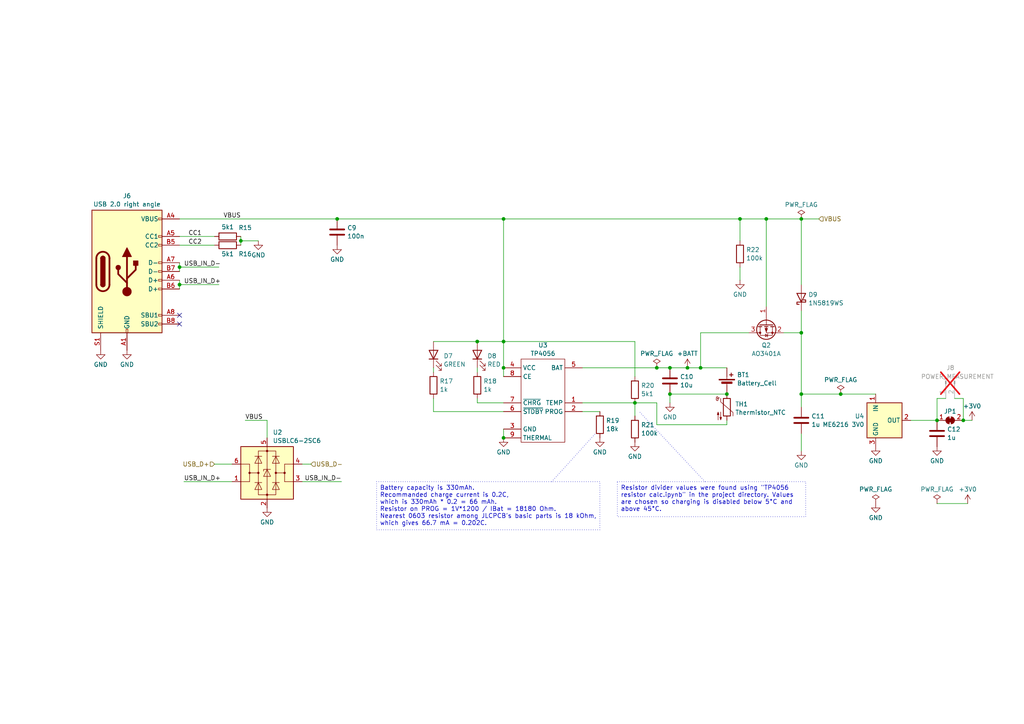
<source format=kicad_sch>
(kicad_sch (version 20230121) (generator eeschema)
  (paper "A4")
  (lib_symbols
    (symbol "Connector:Conn_01x02_Pin" (pin_names (offset 1.016) hide)
      (property "Reference" "J" (at 0 2.54 0))
      (property "Value" "Conn_01x02_Pin" (at 0 -5.08 0))
      (symbol "Conn_01x02_Pin_1_1"
        (polyline (pts (xy 1.27 -2.54) (xy 0.8636 -2.54)) (stroke (width 0.1524)))
        (polyline (pts (xy 1.27 0) (xy 0.8636 0)) (stroke (width 0.1524)))
        (rectangle (start 0.8636 -2.413) (end 0 -2.667) (stroke (width 0.1524)) (fill (type outline)))
        (rectangle (start 0.8636 0.127) (end 0 -0.127) (stroke (width 0.1524)) (fill (type outline)))
        (pin passive line (at 5.08 0 180) (length 3.81) (name "Pin_1") (number "1"))
        (pin passive line (at 5.08 -2.54 180) (length 3.81) (name "Pin_2") (number "2"))
      )
    )
    (symbol "Connector:USB_C_Receptacle_USB2.0" (pin_names (offset 1.016))
      (property "Reference" "J" (at -10.16 19.05 0))
      (property "Value" "USB_C_Receptacle_USB2.0" (at 19.05 19.05 0))
      (symbol "USB_C_Receptacle_USB2.0_0_0"
        (rectangle (start -0.254 -17.78) (end 0.254 -16.764))
        (rectangle (start 10.16 -14.986) (end 9.144 -15.494))
        (rectangle (start 10.16 -12.446) (end 9.144 -12.954))
        (rectangle (start 10.16 -4.826) (end 9.144 -5.334))
        (rectangle (start 10.16 -2.286) (end 9.144 -2.794))
        (rectangle (start 10.16 0.254) (end 9.144 -0.254))
        (rectangle (start 10.16 2.794) (end 9.144 2.286))
        (rectangle (start 10.16 7.874) (end 9.144 7.366))
        (rectangle (start 10.16 10.414) (end 9.144 9.906))
        (rectangle (start 10.16 15.494) (end 9.144 14.986))
      )
      (symbol "USB_C_Receptacle_USB2.0_0_1"
        (rectangle (start -10.16 17.78) (end 10.16 -17.78) (stroke (width 0.254)) (fill (type background)))
        (arc (start -8.89 -3.81) (mid -6.985 -5.7067) (end -5.08 -3.81) (stroke (width 0.508)))
        (arc (start -7.62 -3.81) (mid -6.985 -4.4423) (end -6.35 -3.81) (stroke (width 0.254)))
        (arc (start -7.62 -3.81) (mid -6.985 -4.4423) (end -6.35 -3.81) (stroke (width 0.254)) (fill (type outline)))
        (rectangle (start -7.62 -3.81) (end -6.35 3.81) (stroke (width 0.254)) (fill (type outline)))
        (arc (start -6.35 3.81) (mid -6.985 4.4423) (end -7.62 3.81) (stroke (width 0.254)))
        (arc (start -6.35 3.81) (mid -6.985 4.4423) (end -7.62 3.81) (stroke (width 0.254)) (fill (type outline)))
        (arc (start -5.08 3.81) (mid -6.985 5.7067) (end -8.89 3.81) (stroke (width 0.508)))
        (circle (center -2.54 1.143) (radius 0.635) (stroke (width 0.254)) (fill (type outline)))
        (circle (center 0 -5.842) (radius 1.27) (fill (type outline)))
        (polyline (pts (xy -8.89 -3.81) (xy -8.89 3.81)) (stroke (width 0.508)))
        (polyline (pts (xy -5.08 3.81) (xy -5.08 -3.81)) (stroke (width 0.508)))
        (polyline (pts (xy 0 -5.842) (xy 0 4.318)) (stroke (width 0.508)))
        (polyline (pts (xy 0 -3.302) (xy -2.54 -0.762) (xy -2.54 0.508)) (stroke (width 0.508)))
        (polyline (pts (xy 0 -2.032) (xy 2.54 0.508) (xy 2.54 1.778)) (stroke (width 0.508)))
        (polyline (pts (xy -1.27 4.318) (xy 0 6.858) (xy 1.27 4.318) (xy -1.27 4.318)) (stroke (width 0.254)) (fill (type outline)))
        (rectangle (start 1.905 1.778) (end 3.175 3.048) (stroke (width 0.254)) (fill (type outline)))
      )
      (symbol "USB_C_Receptacle_USB2.0_1_1"
        (pin passive line (at 0 -22.86 90) (length 5.08) (name "GND") (number "A1"))
        (pin passive line (at 0 -22.86 90) (length 5.08) hide (name "GND") (number "A12"))
        (pin passive line (at 15.24 15.24 180) (length 5.08) (name "VBUS") (number "A4"))
        (pin bidirectional line (at 15.24 10.16 180) (length 5.08) (name "CC1") (number "A5"))
        (pin bidirectional line (at 15.24 -2.54 180) (length 5.08) (name "D+") (number "A6"))
        (pin bidirectional line (at 15.24 2.54 180) (length 5.08) (name "D-") (number "A7"))
        (pin bidirectional line (at 15.24 -12.7 180) (length 5.08) (name "SBU1") (number "A8"))
        (pin passive line (at 15.24 15.24 180) (length 5.08) hide (name "VBUS") (number "A9"))
        (pin passive line (at 0 -22.86 90) (length 5.08) hide (name "GND") (number "B1"))
        (pin passive line (at 0 -22.86 90) (length 5.08) hide (name "GND") (number "B12"))
        (pin passive line (at 15.24 15.24 180) (length 5.08) hide (name "VBUS") (number "B4"))
        (pin bidirectional line (at 15.24 7.62 180) (length 5.08) (name "CC2") (number "B5"))
        (pin bidirectional line (at 15.24 -5.08 180) (length 5.08) (name "D+") (number "B6"))
        (pin bidirectional line (at 15.24 0 180) (length 5.08) (name "D-") (number "B7"))
        (pin bidirectional line (at 15.24 -15.24 180) (length 5.08) (name "SBU2") (number "B8"))
        (pin passive line (at 15.24 15.24 180) (length 5.08) hide (name "VBUS") (number "B9"))
        (pin passive line (at -7.62 -22.86 90) (length 5.08) (name "SHIELD") (number "S1"))
      )
    )
    (symbol "Device:Battery_Cell" (pin_numbers hide) (pin_names (offset 0) hide)
      (property "Reference" "BT" (at 2.54 2.54 0))
      (property "Value" "Battery_Cell" (at 2.54 0 0))
      (symbol "Battery_Cell_0_1"
        (rectangle (start -2.286 1.778) (end 2.286 1.524) (fill (type outline)))
        (rectangle (start -1.524 1.016) (end 1.524 0.508) (fill (type outline)))
        (polyline (pts (xy 0 0.762) (xy 0 0)))
        (polyline (pts (xy 0 1.778) (xy 0 2.54)))
        (polyline (pts (xy 0.762 3.048) (xy 1.778 3.048)) (stroke (width 0.254)))
        (polyline (pts (xy 1.27 3.556) (xy 1.27 2.54)) (stroke (width 0.254)))
      )
      (symbol "Battery_Cell_1_1"
        (pin passive line (at 0 5.08 270) (length 2.54) (name "+") (number "1"))
        (pin passive line (at 0 -2.54 90) (length 2.54) (name "-") (number "2"))
      )
    )
    (symbol "Device:C" (pin_numbers hide) (pin_names (offset 0.254))
      (property "Reference" "C" (at 0.635 2.54 0))
      (property "Value" "C" (at 0.635 -2.54 0))
      (symbol "C_0_1"
        (polyline (pts (xy -2.032 -0.762) (xy 2.032 -0.762)) (stroke (width 0.508)))
        (polyline (pts (xy -2.032 0.762) (xy 2.032 0.762)) (stroke (width 0.508)))
      )
      (symbol "C_1_1"
        (pin passive line (at 0 3.81 270) (length 2.794) (name "~") (number "1"))
        (pin passive line (at 0 -3.81 90) (length 2.794) (name "~") (number "2"))
      )
    )
    (symbol "Device:LED" (pin_numbers hide) (pin_names (offset 1.016) hide)
      (property "Reference" "D" (at 0 2.54 0))
      (property "Value" "LED" (at 0 -2.54 0))
      (symbol "LED_0_1"
        (polyline (pts (xy -1.27 -1.27) (xy -1.27 1.27)) (stroke (width 0.254)))
        (polyline (pts (xy -1.27 0) (xy 1.27 0)))
        (polyline (pts (xy 1.27 -1.27) (xy 1.27 1.27) (xy -1.27 0) (xy 1.27 -1.27)) (stroke (width 0.254)))
        (polyline (pts (xy -3.048 -0.762) (xy -4.572 -2.286) (xy -3.81 -2.286) (xy -4.572 -2.286) (xy -4.572 -1.524)))
        (polyline (pts (xy -1.778 -0.762) (xy -3.302 -2.286) (xy -2.54 -2.286) (xy -3.302 -2.286) (xy -3.302 -1.524)))
      )
      (symbol "LED_1_1"
        (pin passive line (at -3.81 0 0) (length 2.54) (name "K") (number "1"))
        (pin passive line (at 3.81 0 180) (length 2.54) (name "A") (number "2"))
      )
    )
    (symbol "Device:R" (pin_numbers hide) (pin_names (offset 0))
      (property "Reference" "R" (at 2.032 0 90))
      (property "Value" "R" (at 0 0 90))
      (symbol "R_0_1"
        (rectangle (start -1.016 -2.54) (end 1.016 2.54) (stroke (width 0.254)))
      )
      (symbol "R_1_1"
        (pin passive line (at 0 3.81 270) (length 1.27) (name "~") (number "1"))
        (pin passive line (at 0 -3.81 90) (length 1.27) (name "~") (number "2"))
      )
    )
    (symbol "Device:Thermistor_NTC" (pin_numbers hide) (pin_names (offset 0))
      (property "Reference" "TH" (at -4.445 0 90))
      (property "Value" "Thermistor_NTC" (at 3.175 0 90))
      (symbol "Thermistor_NTC_0_1"
        (arc (start -3.048 2.159) (mid -3.0495 2.3143) (end -3.175 2.413))
        (arc (start -3.048 2.159) (mid -2.9736 1.9794) (end -2.794 1.905))
        (arc (start -3.048 2.794) (mid -2.9736 2.6144) (end -2.794 2.54))
        (arc (start -2.794 1.905) (mid -2.6144 1.9794) (end -2.54 2.159))
        (arc (start -2.794 2.54) (mid -2.4393 2.5587) (end -2.159 2.794))
        (arc (start -2.794 3.048) (mid -2.9736 2.9736) (end -3.048 2.794))
        (arc (start -2.54 2.794) (mid -2.6144 2.9736) (end -2.794 3.048))
        (rectangle (start -1.016 2.54) (end 1.016 -2.54) (stroke (width 0.254)))
        (polyline (pts (xy -2.54 2.159) (xy -2.54 2.794)))
        (polyline (pts (xy -1.778 2.54) (xy -1.778 1.524) (xy 1.778 -1.524) (xy 1.778 -2.54)))
        (polyline (pts (xy -2.54 -3.683) (xy -2.54 -1.397) (xy -2.794 -2.159) (xy -2.286 -2.159) (xy -2.54 -1.397) (xy -2.54 -1.651)) (fill (type outline)))
        (polyline (pts (xy -1.778 -1.397) (xy -1.778 -3.683) (xy -2.032 -2.921) (xy -1.524 -2.921) (xy -1.778 -3.683) (xy -1.778 -3.429)) (fill (type outline)))
      )
      (symbol "Thermistor_NTC_1_1"
        (pin passive line (at 0 3.81 270) (length 1.27) (name "~") (number "1"))
        (pin passive line (at 0 -3.81 90) (length 1.27) (name "~") (number "2"))
      )
    )
    (symbol "Diode:1N5819WS" (pin_numbers hide) (pin_names (offset 1.016) hide)
      (property "Reference" "D" (at 0 2.54 0))
      (property "Value" "1N5819WS" (at 0 -2.54 0))
      (symbol "1N5819WS_0_1"
        (polyline (pts (xy 1.27 0) (xy -1.27 0)))
        (polyline (pts (xy 1.27 1.27) (xy 1.27 -1.27) (xy -1.27 0) (xy 1.27 1.27)) (stroke (width 0.254)))
        (polyline (pts (xy -1.905 0.635) (xy -1.905 1.27) (xy -1.27 1.27) (xy -1.27 -1.27) (xy -0.635 -1.27) (xy -0.635 -0.635)) (stroke (width 0.254)))
      )
      (symbol "1N5819WS_1_1"
        (pin passive line (at -3.81 0 0) (length 2.54) (name "K") (number "1"))
        (pin passive line (at 3.81 0 180) (length 2.54) (name "A") (number "2"))
      )
    )
    (symbol "Jumper:SolderJumper_2_Bridged" (pin_names (offset 0) hide)
      (property "Reference" "JP" (at 0 2.032 0))
      (property "Value" "SolderJumper_2_Bridged" (at 0 -2.54 0))
      (symbol "SolderJumper_2_Bridged_0_1"
        (rectangle (start -0.508 0.508) (end 0.508 -0.508) (fill (type outline)))
        (arc (start -0.254 1.016) (mid -1.2656 0) (end -0.254 -1.016))
        (arc (start -0.254 1.016) (mid -1.2656 0) (end -0.254 -1.016) (fill (type outline)))
        (polyline (pts (xy -0.254 1.016) (xy -0.254 -1.016)))
        (polyline (pts (xy 0.254 1.016) (xy 0.254 -1.016)))
        (arc (start 0.254 -1.016) (mid 1.2656 0) (end 0.254 1.016))
        (arc (start 0.254 -1.016) (mid 1.2656 0) (end 0.254 1.016) (fill (type outline)))
      )
      (symbol "SolderJumper_2_Bridged_1_1"
        (pin passive line (at -3.81 0 0) (length 2.54) (name "A") (number "1"))
        (pin passive line (at 3.81 0 180) (length 2.54) (name "B") (number "2"))
      )
    )
    (symbol "Power_Protection:USBLC6-2SC6" (pin_names hide)
      (property "Reference" "U" (at 2.54 8.89 0))
      (property "Value" "USBLC6-2SC6" (at 2.54 -8.89 0))
      (symbol "USBLC6-2SC6_0_1"
        (rectangle (start -7.62 -7.62) (end 7.62 7.62) (stroke (width 0.254)) (fill (type background)))
        (circle (center -5.08 0) (radius 0.254) (fill (type outline)))
        (circle (center -2.54 0) (radius 0.254) (fill (type outline)))
        (rectangle (start -2.54 6.35) (end 2.54 -6.35))
        (circle (center 0 -6.35) (radius 0.254) (fill (type outline)))
        (polyline (pts (xy -5.08 -2.54) (xy -7.62 -2.54)))
        (polyline (pts (xy -5.08 0) (xy -5.08 -2.54)))
        (polyline (pts (xy -5.08 2.54) (xy -7.62 2.54)))
        (polyline (pts (xy -1.524 -2.794) (xy -3.556 -2.794)))
        (polyline (pts (xy -1.524 4.826) (xy -3.556 4.826)))
        (polyline (pts (xy 0 -7.62) (xy 0 -6.35)))
        (polyline (pts (xy 0 -6.35) (xy 0 1.27)))
        (polyline (pts (xy 0 1.27) (xy 0 6.35)))
        (polyline (pts (xy 0 6.35) (xy 0 7.62)))
        (polyline (pts (xy 1.524 -2.794) (xy 3.556 -2.794)))
        (polyline (pts (xy 1.524 4.826) (xy 3.556 4.826)))
        (polyline (pts (xy 5.08 -2.54) (xy 7.62 -2.54)))
        (polyline (pts (xy 5.08 0) (xy 5.08 -2.54)))
        (polyline (pts (xy 5.08 2.54) (xy 7.62 2.54)))
        (polyline (pts (xy -2.54 0) (xy -5.08 0) (xy -5.08 2.54)))
        (polyline (pts (xy 2.54 0) (xy 5.08 0) (xy 5.08 2.54)))
        (polyline (pts (xy -3.556 -4.826) (xy -1.524 -4.826) (xy -2.54 -2.794) (xy -3.556 -4.826)))
        (polyline (pts (xy -3.556 2.794) (xy -1.524 2.794) (xy -2.54 4.826) (xy -3.556 2.794)))
        (polyline (pts (xy -1.016 -1.016) (xy 1.016 -1.016) (xy 0 1.016) (xy -1.016 -1.016)))
        (polyline (pts (xy 1.016 1.016) (xy 0.762 1.016) (xy -1.016 1.016) (xy -1.016 0.508)))
        (polyline (pts (xy 3.556 -4.826) (xy 1.524 -4.826) (xy 2.54 -2.794) (xy 3.556 -4.826)))
        (polyline (pts (xy 3.556 2.794) (xy 1.524 2.794) (xy 2.54 4.826) (xy 3.556 2.794)))
        (circle (center 0 6.35) (radius 0.254) (fill (type outline)))
        (circle (center 2.54 0) (radius 0.254) (fill (type outline)))
        (circle (center 5.08 0) (radius 0.254) (fill (type outline)))
      )
      (symbol "USBLC6-2SC6_1_1"
        (pin passive line (at -10.16 -2.54 0) (length 2.54) (name "I/O1") (number "1"))
        (pin passive line (at 0 -10.16 90) (length 2.54) (name "GND") (number "2"))
        (pin passive line (at 10.16 -2.54 180) (length 2.54) (name "I/O2") (number "3"))
        (pin passive line (at 10.16 2.54 180) (length 2.54) (name "I/O2") (number "4"))
        (pin passive line (at 0 10.16 270) (length 2.54) (name "VBUS") (number "5"))
        (pin passive line (at -10.16 2.54 0) (length 2.54) (name "I/O1") (number "6"))
      )
    )
    (symbol "Transistor_FET:AO3401A" (pin_names hide)
      (property "Reference" "Q" (at 5.08 1.905 0))
      (property "Value" "AO3401A" (at 5.08 0 0))
      (symbol "AO3401A_0_1"
        (polyline (pts (xy 0.254 0) (xy -2.54 0)))
        (polyline (pts (xy 0.254 1.905) (xy 0.254 -1.905)) (stroke (width 0.254)))
        (polyline (pts (xy 0.762 -1.27) (xy 0.762 -2.286)) (stroke (width 0.254)))
        (polyline (pts (xy 0.762 0.508) (xy 0.762 -0.508)) (stroke (width 0.254)))
        (polyline (pts (xy 0.762 2.286) (xy 0.762 1.27)) (stroke (width 0.254)))
        (polyline (pts (xy 2.54 2.54) (xy 2.54 1.778)))
        (polyline (pts (xy 2.54 -2.54) (xy 2.54 0) (xy 0.762 0)))
        (polyline (pts (xy 0.762 1.778) (xy 3.302 1.778) (xy 3.302 -1.778) (xy 0.762 -1.778)))
        (polyline (pts (xy 2.286 0) (xy 1.27 0.381) (xy 1.27 -0.381) (xy 2.286 0)) (fill (type outline)))
        (polyline (pts (xy 2.794 -0.508) (xy 2.921 -0.381) (xy 3.683 -0.381) (xy 3.81 -0.254)))
        (polyline (pts (xy 3.302 -0.381) (xy 2.921 0.254) (xy 3.683 0.254) (xy 3.302 -0.381)))
        (circle (center 1.651 0) (radius 2.794) (stroke (width 0.254)))
        (circle (center 2.54 -1.778) (radius 0.254) (fill (type outline)))
        (circle (center 2.54 1.778) (radius 0.254) (fill (type outline)))
      )
      (symbol "AO3401A_1_1"
        (pin input line (at -5.08 0 0) (length 2.54) (name "G") (number "1"))
        (pin passive line (at 2.54 -5.08 90) (length 2.54) (name "S") (number "2"))
        (pin passive line (at 2.54 5.08 270) (length 2.54) (name "D") (number "3"))
      )
    )
    (symbol "local:ME6216"
      (property "Reference" "U" (at 0 6.35 0))
      (property "Value" "ME6216" (at 2.54 -6.35 0))
      (symbol "ME6216_0_1"
        (rectangle (start -5.08 5.08) (end 5.08 -5.08) (stroke (width 0.254)) (fill (type background)))
      )
      (symbol "ME6216_1_1"
        (pin power_in line (at -2.54 7.62 270) (length 2.54) (name "IN") (number "1"))
        (pin power_out line (at 7.62 0 180) (length 2.54) (name "OUT") (number "2"))
        (pin power_in line (at -2.54 -7.62 90) (length 2.54) (name "GND") (number "3"))
      )
    )
    (symbol "local:TP4056"
      (property "Reference" "U" (at 0 -1.27 0))
      (property "Value" "TP4056" (at 0 1.27 0))
      (symbol "TP4056_0_1"
        (rectangle (start -6.35 26.67) (end 6.35 2.54))
      )
      (symbol "TP4056_1_1"
        (pin input line (at 11.43 13.97 180) (length 5.08) (name "TEMP") (number "1"))
        (pin input line (at 11.43 11.43 180) (length 5.08) (name "PROG") (number "2"))
        (pin input line (at -11.43 6.35 0) (length 5.08) (name "GND") (number "3"))
        (pin power_in line (at -11.43 24.13 0) (length 5.08) (name "VCC") (number "4"))
        (pin passive line (at 11.43 24.13 180) (length 5.08) (name "BAT") (number "5"))
        (pin open_collector line (at -11.43 11.43 0) (length 5.08) (name "~{STDBY}") (number "6"))
        (pin open_collector line (at -11.43 13.97 0) (length 5.08) (name "~{CHRG}") (number "7"))
        (pin input line (at -11.43 21.59 0) (length 5.08) (name "CE") (number "8"))
        (pin input line (at -11.43 3.81 0) (length 5.08) (name "THERMAL") (number "9"))
      )
    )
    (symbol "power:+3V0" (power) (pin_names (offset 0))
      (property "Value" "+3V0" (at 0 3.556 0))
      (symbol "+3V0_0_1"
        (polyline (pts (xy -0.762 1.27) (xy 0 2.54)))
        (polyline (pts (xy 0 0) (xy 0 2.54)))
        (polyline (pts (xy 0 2.54) (xy 0.762 1.27)))
      )
      (symbol "+3V0_1_1"
        (pin power_in line (at 0 0 90) (length 0) hide (name "+3V0") (number "1"))
      )
    )
    (symbol "power:+BATT" (power) (pin_names (offset 0))
      (property "Value" "+BATT" (at 0 3.556 0))
      (symbol "+BATT_0_1"
        (polyline (pts (xy -0.762 1.27) (xy 0 2.54)))
        (polyline (pts (xy 0 0) (xy 0 2.54)))
        (polyline (pts (xy 0 2.54) (xy 0.762 1.27)))
      )
      (symbol "+BATT_1_1"
        (pin power_in line (at 0 0 90) (length 0) hide (name "+BATT") (number "1"))
      )
    )
    (symbol "power:GND" (power) (pin_names (offset 0))
      (property "Value" "GND" (at 0 -3.81 0))
      (symbol "GND_0_1"
        (polyline (pts (xy 0 0) (xy 0 -1.27) (xy 1.27 -1.27) (xy 0 -2.54) (xy -1.27 -1.27) (xy 0 -1.27)))
      )
      (symbol "GND_1_1"
        (pin power_in line (at 0 0 270) (length 0) hide (name "GND") (number "1"))
      )
    )
    (symbol "power:PWR_FLAG" (power) (pin_numbers hide) (pin_names (offset 0) hide)
      (property "Value" "PWR_FLAG" (at 0 3.81 0))
      (symbol "PWR_FLAG_0_0"
        (pin power_out line (at 0 0 90) (length 0) (name "pwr") (number "1"))
      )
      (symbol "PWR_FLAG_0_1"
        (polyline (pts (xy 0 0) (xy 0 1.27) (xy -1.016 1.905) (xy 0 2.54) (xy 1.016 1.905) (xy 0 1.27)))
      )
    )
  )
  (junction (at 222.25 63.5))
  (junction (at 194.31 106.68))
  (junction (at 184.15 116.84))
  (junction (at 138.43 99.06))
  (junction (at 214.63 63.5))
  (junction (at 69.85 69.85))
  (junction (at 190.5 106.68))
  (junction (at 279.4 121.92))
  (junction (at 146.05 63.5))
  (junction (at 146.05 106.68))
  (junction (at 232.41 114.3))
  (junction (at 210.82 114.3))
  (junction (at 194.31 114.3))
  (junction (at 146.05 127))
  (junction (at 52.07 82.55))
  (junction (at 97.79 63.5))
  (junction (at 146.05 99.06))
  (junction (at 232.41 63.5))
  (junction (at 232.41 96.52))
  (junction (at 203.2 106.68))
  (junction (at 243.84 114.3))
  (junction (at 52.07 77.47))
  (junction (at 199.39 106.68))
  (junction (at 271.78 121.92))
  (no_connect (at 52.07 91.44))
  (no_connect (at 52.07 93.98))
  (wire (pts (xy 52.07 77.47) (xy 63.5 77.47)))
  (wire (pts (xy 168.91 116.84) (xy 184.15 116.84)))
  (wire (pts (xy 138.43 115.57) (xy 138.43 116.84)))
  (wire (pts (xy 232.41 96.52) (xy 232.41 114.3)))
  (wire (pts (xy 214.63 69.85) (xy 214.63 63.5)))
  (wire (pts (xy 52.07 77.47) (xy 52.07 78.74)))
  (wire (pts (xy 62.23 134.62) (xy 67.31 134.62)))
  (wire (pts (xy 214.63 63.5) (xy 222.25 63.5)))
  (wire (pts (xy 146.05 99.06) (xy 146.05 106.68)))
  (polyline (pts (xy 204.47 139.7) (xy 185.42 119.38)) (stroke (width 0) (type dot)))
  (wire (pts (xy 146.05 124.46) (xy 146.05 127)))
  (wire (pts (xy 190.5 116.84) (xy 184.15 116.84)))
  (wire (pts (xy 168.91 106.68) (xy 190.5 106.68)))
  (wire (pts (xy 281.94 121.92) (xy 279.4 121.92)))
  (wire (pts (xy 243.84 114.3) (xy 254 114.3)))
  (wire (pts (xy 52.07 63.5) (xy 97.79 63.5)))
  (wire (pts (xy 138.43 99.06) (xy 146.05 99.06)))
  (wire (pts (xy 184.15 116.84) (xy 184.15 120.65)))
  (wire (pts (xy 69.85 69.85) (xy 69.85 71.12)))
  (wire (pts (xy 279.4 115.57) (xy 279.4 121.92)))
  (wire (pts (xy 168.91 119.38) (xy 173.99 119.38)))
  (wire (pts (xy 52.07 76.2) (xy 52.07 77.47)))
  (wire (pts (xy 146.05 63.5) (xy 214.63 63.5)))
  (wire (pts (xy 52.07 82.55) (xy 52.07 83.82)))
  (wire (pts (xy 190.5 123.19) (xy 190.5 116.84)))
  (wire (pts (xy 190.5 123.19) (xy 210.82 123.19)))
  (wire (pts (xy 232.41 82.55) (xy 232.41 63.5)))
  (wire (pts (xy 69.85 68.58) (xy 69.85 69.85)))
  (wire (pts (xy 232.41 114.3) (xy 243.84 114.3)))
  (wire (pts (xy 232.41 114.3) (xy 232.41 118.11)))
  (wire (pts (xy 62.23 68.58) (xy 52.07 68.58)))
  (wire (pts (xy 71.12 121.92) (xy 77.47 121.92)))
  (wire (pts (xy 194.31 114.3) (xy 210.82 114.3)))
  (wire (pts (xy 194.31 106.68) (xy 199.39 106.68)))
  (wire (pts (xy 222.25 63.5) (xy 222.25 88.9)))
  (wire (pts (xy 62.23 71.12) (xy 52.07 71.12)))
  (wire (pts (xy 52.07 82.55) (xy 63.5 82.55)))
  (polyline (pts (xy 160.02 139.7) (xy 172.72 125.73)) (stroke (width 0) (type dot)))
  (wire (pts (xy 232.41 125.73) (xy 232.41 130.81)))
  (wire (pts (xy 125.73 119.38) (xy 146.05 119.38)))
  (wire (pts (xy 138.43 107.95) (xy 138.43 106.68)))
  (wire (pts (xy 232.41 63.5) (xy 237.49 63.5)))
  (wire (pts (xy 271.78 115.57) (xy 271.78 121.92)))
  (wire (pts (xy 214.63 77.47) (xy 214.63 81.28)))
  (wire (pts (xy 53.34 139.7) (xy 67.31 139.7)))
  (wire (pts (xy 217.17 96.52) (xy 203.2 96.52)))
  (wire (pts (xy 232.41 90.17) (xy 232.41 96.52)))
  (wire (pts (xy 203.2 96.52) (xy 203.2 106.68)))
  (wire (pts (xy 87.63 139.7) (xy 99.06 139.7)))
  (wire (pts (xy 97.79 63.5) (xy 146.05 63.5)))
  (wire (pts (xy 146.05 63.5) (xy 146.05 99.06)))
  (wire (pts (xy 210.82 123.19) (xy 210.82 121.92)))
  (wire (pts (xy 276.86 115.57) (xy 279.4 115.57)))
  (wire (pts (xy 274.32 115.57) (xy 271.78 115.57)))
  (wire (pts (xy 190.5 106.68) (xy 194.31 106.68)))
  (wire (pts (xy 125.73 99.06) (xy 138.43 99.06)))
  (wire (pts (xy 184.15 109.22) (xy 184.15 99.06)))
  (wire (pts (xy 138.43 116.84) (xy 146.05 116.84)))
  (wire (pts (xy 227.33 96.52) (xy 232.41 96.52)))
  (wire (pts (xy 125.73 115.57) (xy 125.73 119.38)))
  (wire (pts (xy 271.78 146.05) (xy 280.67 146.05)))
  (wire (pts (xy 146.05 99.06) (xy 184.15 99.06)))
  (wire (pts (xy 52.07 81.28) (xy 52.07 82.55)))
  (wire (pts (xy 264.16 121.92) (xy 271.78 121.92)))
  (wire (pts (xy 69.85 69.85) (xy 74.93 69.85)))
  (wire (pts (xy 87.63 134.62) (xy 90.17 134.62)))
  (wire (pts (xy 203.2 106.68) (xy 210.82 106.68)))
  (wire (pts (xy 199.39 106.68) (xy 203.2 106.68)))
  (wire (pts (xy 146.05 106.68) (xy 146.05 109.22)))
  (wire (pts (xy 77.47 121.92) (xy 77.47 127)))
  (wire (pts (xy 232.41 63.5) (xy 222.25 63.5)))
  (wire (pts (xy 125.73 107.95) (xy 125.73 106.68)))
  (wire (pts (xy 194.31 116.84) (xy 194.31 114.3)))
  (text_box "Battery capacity is 330mAh.\nRecommanded charge current is 0.2C,\nwhich is 330mAh * 0.2 = 66 mAh.\nResistor on PROG = 1V*1200 / IBat = 18180 Ohm.\nNearest 0603 resistor among JLCPCB's basic parts is 18 kOhm,\nwhich gives 66.7 mA = 0.202C." (at 109.22 139.7 0) (size 64.77 13.97) (stroke (width 0) (type dot)) (effects (font (size 1.27 1.27)) (justify left top)))
  (text_box "Resistor divider values were found using \"TP4056 resistor calc.ipynb\" in the project directory. Values are chosen so charging is disabled below 5°C and above 45°C." (at 179.07 139.7 0) (size 54.61 10.16) (stroke (width 0) (type dot)) (effects (font (size 1.27 1.27)) (justify left top)))
  (label "CC1" (at 54.61 68.58 0))
  (label "VBUS" (at 64.77 63.5 0))
  (label "VBUS" (at 71.12 121.92 0))
  (label "USB_IN_D-" (at 53.34 77.47 0))
  (label "USB_IN_D+" (at 53.34 82.55 0))
  (label "USB_IN_D-" (at 99.06 139.7 180))
  (label "CC2" (at 54.61 71.12 0))
  (label "USB_IN_D+" (at 53.34 139.7 0))
  (hierarchical_label "USB_D-" (shape input) (at 90.17 134.62 0))
  (hierarchical_label "USB_D+" (shape input) (at 62.23 134.62 180))
  (hierarchical_label "VBUS" (shape input) (at 237.49 63.5 0))
  (symbol (lib_id "power:PWR_FLAG") (at 243.84 114.3 0) (unit 1)
    (property "Reference" "#FLG03" (effects hide))
    (property "Value" "PWR_FLAG" (at 243.84 110.1669 0))
  )
  (symbol (lib_id "Connector:USB_C_Receptacle_USB2.0") (at 36.83 78.74 0) (unit 1)
    (property "Reference" "J6" (at 36.83 56.8157 0))
    (property "Value" "USB 2.0 right angle" (at 36.83 59.2399 0))
    (property "Footprint" "local:USB-C-SMD_G-SWITCH_GT-USB-7010ASV" (effects hide))
    (property "Datasheet" "https://www.usb.org/sites/default/files/documents/usb_type-c.zip" (effects hide))
    (property "LCSC" "C2988369" (effects hide))
  )
  (symbol (lib_id "local:TP4056") (at 157.48 130.81 0) (unit 1)
    (property "Reference" "U3" (at 157.48 100.1227 0))
    (property "Value" "TP4056" (at 157.48 102.5469 0))
    (property "Footprint" "local:ESOP-8_L4.9-W3.9-P1.27-LS6.0-BL-EP" (effects hide))
    (property "Datasheet" "https://dlnmh9ip6v2uc.cloudfront.net/datasheets/Prototyping/TP4056.pdf" (effects hide))
    (property "LCSC" "C16581" (effects hide))
  )
  (symbol (lib_id "Device:R") (at 173.99 123.19 0) (unit 1)
    (property "Reference" "R19" (at 175.768 121.9779 0) (effects (justify left)))
    (property "Value" "18k" (at 175.768 124.4021 0) (effects (justify left)))
    (property "Footprint" "Resistor_SMD:R_0603_1608Metric" (effects hide))
  )
  (symbol (lib_id "power:GND") (at 74.93 69.85 0) (unit 1)
    (property "Reference" "#PWR038" (effects hide))
    (property "Value" "GND" (at 74.93 73.9831 0))
  )
  (symbol (lib_id "power:GND") (at 29.21 101.6 0) (unit 1)
    (property "Reference" "#PWR034" (effects hide))
    (property "Value" "GND" (at 29.21 105.7331 0))
  )
  (symbol (lib_id "power:+3V0") (at 281.94 121.92 0) (unit 1)
    (property "Reference" "#PWR051" (effects hide))
    (property "Value" "+3V0" (at 281.94 117.7869 0))
  )
  (symbol (lib_id "power:GND") (at 184.15 128.27 0) (unit 1)
    (property "Reference" "#PWR042" (effects hide))
    (property "Value" "GND" (at 184.15 132.4031 0))
  )
  (symbol (lib_id "local:ME6216") (at 256.54 121.92 0) (unit 1)
    (property "Reference" "U4" (at 250.698 120.7079 0) (effects (justify right)))
    (property "Value" "ME6216 3V0" (at 250.698 123.1321 0) (effects (justify right)))
    (property "Footprint" "Package_TO_SOT_SMD:SOT-23" (effects hide))
    (property "Datasheet" "https://datasheet.lcsc.com/szlcsc/2011191435_MICRONE-Nanjing-Micro-One-Elec-ME6216A36M3G_C236654.pdf" (effects hide))
    (property "LCSC" "C236656" (effects hide))
  )
  (symbol (lib_id "Transistor_FET:AO3401A") (at 222.25 93.98 90) (mirror x) (unit 1)
    (property "Reference" "Q2" (at 222.25 100.1451 90))
    (property "Value" "AO3401A" (at 222.25 102.5693 90))
    (property "Footprint" "Package_TO_SOT_SMD:SOT-23" (effects hide))
    (property "Datasheet" "http://www.aosmd.com/pdfs/datasheet/AO3401A.pdf" (effects hide))
    (property "LCSC" "AO3401A" (effects hide))
  )
  (symbol (lib_id "Device:R") (at 66.04 71.12 90) (unit 1)
    (property "Reference" "R16" (at 71.12 73.66 90))
    (property "Value" "5k1" (at 66.04 73.66 90))
    (property "Footprint" "Resistor_SMD:R_0402_1005Metric" (effects hide))
    (property "LCSC" "C25905" (effects hide))
  )
  (symbol (lib_id "Diode:1N5819WS") (at 232.41 86.36 90) (unit 1)
    (property "Reference" "D9" (at 234.442 85.4654 90) (effects (justify right)))
    (property "Value" "1N5819WS" (at 234.442 87.8896 90) (effects (justify right)))
    (property "Footprint" "Diode_SMD:D_SOD-323" (effects hide))
    (property "Datasheet" "https://datasheet.lcsc.com/lcsc/2204281430_Guangdong-Hottech-1N5819WS_C191023.pdf" (effects hide))
    (property "LCSC" "C191023" (effects hide))
  )
  (symbol (lib_id "Device:LED") (at 125.73 102.87 90) (unit 1)
    (property "Reference" "D7" (at 128.651 103.2454 90) (effects (justify right)))
    (property "Value" "GREEN" (at 128.651 105.6696 90) (effects (justify right)))
    (property "Footprint" "LED_SMD:LED_0603_1608Metric" (effects hide))
    (property "LCSC" "C72043" (effects hide))
  )
  (symbol (lib_id "power:GND") (at 173.99 127 0) (unit 1)
    (property "Reference" "#PWR041" (effects hide))
    (property "Value" "GND" (at 173.99 131.1331 0))
  )
  (symbol (lib_id "Device:R") (at 214.63 73.66 0) (unit 1)
    (property "Reference" "R22" (at 216.408 72.4479 0) (effects (justify left)))
    (property "Value" "100k" (at 216.408 74.8721 0) (effects (justify left)))
    (property "Footprint" "Resistor_SMD:R_0402_1005Metric" (effects hide))
  )
  (symbol (lib_id "power:GND") (at 254 129.54 0) (unit 1)
    (property "Reference" "#PWR047" (effects hide))
    (property "Value" "GND" (at 254 133.6731 0))
  )
  (symbol (lib_id "power:GND") (at 194.31 116.84 0) (unit 1)
    (property "Reference" "#PWR043" (effects hide))
    (property "Value" "GND" (at 194.31 120.9731 0))
  )
  (symbol (lib_id "Device:C") (at 232.41 121.92 0) (unit 1)
    (property "Reference" "C11" (at 235.331 120.7079 0) (effects (justify left)))
    (property "Value" "1u" (at 235.331 123.1321 0) (effects (justify left)))
    (property "Footprint" "Capacitor_SMD:C_0402_1005Metric" (effects hide))
    (property "LCSC" "C15849" (effects hide))
  )
  (symbol (lib_id "power:GND") (at 214.63 81.28 0) (unit 1)
    (property "Reference" "#PWR045" (effects hide))
    (property "Value" "GND" (at 214.63 85.4131 0))
  )
  (symbol (lib_id "Device:LED") (at 138.43 102.87 90) (unit 1)
    (property "Reference" "D8" (at 141.351 103.2454 90) (effects (justify right)))
    (property "Value" "RED" (at 141.351 105.6696 90) (effects (justify right)))
    (property "Footprint" "LED_SMD:LED_0603_1608Metric" (effects hide))
    (property "LCSC" "C2286" (effects hide))
  )
  (symbol (lib_id "power:PWR_FLAG") (at 271.78 146.05 0) (unit 1)
    (property "Reference" "#FLG05" (effects hide))
    (property "Value" "PWR_FLAG" (at 271.78 141.9169 0))
  )
  (symbol (lib_id "Power_Protection:USBLC6-2SC6") (at 77.47 137.16 0) (unit 1)
    (property "Reference" "U2" (at 79.1211 125.3957 0) (effects (justify left)))
    (property "Value" "USBLC6-2SC6" (at 79.1211 127.8199 0) (effects (justify left)))
    (property "Footprint" "Package_TO_SOT_SMD:SOT-23-6" (effects hide))
    (property "Datasheet" "https://www.st.com/resource/en/datasheet/usblc6-2.pdf" (effects hide))
    (property "LCSC" "C2687116" (effects hide))
  )
  (symbol (lib_id "power:PWR_FLAG") (at 190.5 106.68 0) (unit 1)
    (property "Reference" "#FLG01" (effects hide))
    (property "Value" "PWR_FLAG" (at 190.5 102.5469 0))
  )
  (symbol (lib_id "Device:R") (at 138.43 111.76 0) (unit 1)
    (property "Reference" "R18" (at 140.208 110.5479 0) (effects (justify left)))
    (property "Value" "1k" (at 140.208 112.9721 0) (effects (justify left)))
    (property "Footprint" "Resistor_SMD:R_0402_1005Metric" (effects hide))
  )
  (symbol (lib_id "Device:C") (at 194.31 110.49 0) (unit 1)
    (property "Reference" "C10" (at 197.231 109.2779 0) (effects (justify left)))
    (property "Value" "10u" (at 197.231 111.7021 0) (effects (justify left)))
    (property "Footprint" "Capacitor_SMD:C_0603_1608Metric" (effects hide))
    (property "LCSC" "C19702" (effects hide))
  )
  (symbol (lib_id "Jumper:SolderJumper_2_Bridged") (at 275.59 121.92 0) (unit 1) (in_bom no)
    (property "Reference" "JP1" (at 275.59 119.3109 0))
    (property "Value" "SolderJumper_2_Bridged" (effects hide))
    (property "Footprint" "Jumper:SolderJumper-2_P1.3mm_Bridged2Bar_Pad1.0x1.5mm" (effects hide))
  )
  (symbol (lib_id "Device:R") (at 66.04 68.58 90) (unit 1)
    (property "Reference" "R15" (at 71.12 66.04 90))
    (property "Value" "5k1" (at 66.04 65.8439 90))
    (property "Footprint" "Resistor_SMD:R_0402_1005Metric" (effects hide))
    (property "LCSC" "C25905" (effects hide))
  )
  (symbol (lib_id "Device:C") (at 271.78 125.73 0) (unit 1)
    (property "Reference" "C12" (at 274.701 124.5179 0) (effects (justify left)))
    (property "Value" "1u" (at 274.701 126.9421 0) (effects (justify left)))
    (property "Footprint" "Capacitor_SMD:C_0402_1005Metric" (effects hide))
    (property "LCSC" "C15849" (effects hide))
  )
  (symbol (lib_id "power:GND") (at 232.41 130.81 0) (unit 1)
    (property "Reference" "#PWR046" (effects hide))
    (property "Value" "GND" (at 232.41 134.9431 0))
  )
  (symbol (lib_id "Connector:Conn_01x02_Pin") (at 274.32 110.49 90) (mirror x) (unit 1) (in_bom no) (dnp yes)
    (property "Reference" "J8" (at 276.86 106.68 90) (effects (justify left)))
    (property "Value" "POWER_MEASUREMENT" (at 288.29 109.22 90) (effects (justify left)))
    (property "Footprint" "Connector_PinHeader_2.54mm:PinHeader_1x02_P2.54mm_Horizontal" (effects hide))
  )
  (symbol (lib_id "power:GND") (at 36.83 101.6 0) (unit 1)
    (property "Reference" "#PWR036" (effects hide))
    (property "Value" "GND" (at 36.83 105.7331 0))
  )
  (symbol (lib_id "power:GND") (at 254 146.05 0) (unit 1)
    (property "Reference" "#PWR048" (effects hide))
    (property "Value" "GND" (at 254 150.1831 0))
  )
  (symbol (lib_id "power:GND") (at 271.78 129.54 0) (unit 1)
    (property "Reference" "#PWR049" (effects hide))
    (property "Value" "GND" (at 271.78 133.6731 0))
  )
  (symbol (lib_id "power:+BATT") (at 199.39 106.68 0) (unit 1)
    (property "Reference" "#PWR044" (effects hide))
    (property "Value" "+BATT" (at 199.39 102.5469 0))
  )
  (symbol (lib_id "power:GND") (at 77.47 147.32 0) (unit 1)
    (property "Reference" "#PWR039" (effects hide))
    (property "Value" "GND" (at 77.47 151.4531 0))
  )
  (symbol (lib_id "Device:R") (at 125.73 111.76 0) (unit 1)
    (property "Reference" "R17" (at 127.508 110.5479 0) (effects (justify left)))
    (property "Value" "1k" (at 127.508 112.9721 0) (effects (justify left)))
    (property "Footprint" "Resistor_SMD:R_0402_1005Metric" (effects hide))
  )
  (symbol (lib_id "power:GND") (at 97.79 71.12 0) (unit 1)
    (property "Reference" "#PWR040" (effects hide))
    (property "Value" "GND" (at 97.79 75.2531 0))
  )
  (symbol (lib_id "power:PWR_FLAG") (at 254 146.05 0) (unit 1)
    (property "Reference" "#FLG04" (effects hide))
    (property "Value" "PWR_FLAG" (at 254 141.9169 0))
  )
  (symbol (lib_id "Device:Thermistor_NTC") (at 210.82 118.11 0) (unit 1)
    (property "Reference" "TH1" (at 213.233 117.2154 0) (effects (justify left)))
    (property "Value" "Thermistor_NTC" (at 213.233 119.6396 0) (effects (justify left)))
    (property "Footprint" "Resistor_THT:R_Axial_DIN0204_L3.6mm_D1.6mm_P5.08mm_Horizontal" (effects hide))
    (property "LCSC" "C267088" (effects hide))
  )
  (symbol (lib_id "Device:R") (at 184.15 113.03 0) (unit 1)
    (property "Reference" "R20" (at 185.928 111.8179 0) (effects (justify left)))
    (property "Value" "5k1" (at 185.928 114.2421 0) (effects (justify left)))
    (property "Footprint" "Resistor_SMD:R_0402_1005Metric" (effects hide))
  )
  (symbol (lib_id "Device:Battery_Cell") (at 210.82 111.76 0) (unit 1)
    (property "Reference" "BT1" (at 213.741 108.7064 0) (effects (justify left)))
    (property "Value" "Battery_Cell" (at 213.741 111.1306 0) (effects (justify left)))
    (property "Footprint" "Connector_JST:JST_PH_S2B-PH-SM4-TB_1x02-1MP_P2.00mm_Horizontal" (effects hide))
    (property "MPN" "S2B-PH-SM4-TB(LF)(SN)" (effects hide))
    (property "LCSC" "C295747" (effects hide))
  )
  (symbol (lib_id "Device:C") (at 97.79 67.31 0) (unit 1)
    (property "Reference" "C9" (at 100.711 66.0979 0) (effects (justify left)))
    (property "Value" "100n" (at 100.711 68.5221 0) (effects (justify left)))
    (property "Footprint" "Capacitor_SMD:C_0402_1005Metric" (effects hide))
  )
  (symbol (lib_id "Device:R") (at 184.15 124.46 0) (unit 1)
    (property "Reference" "R21" (at 185.928 123.2479 0) (effects (justify left)))
    (property "Value" "100k" (at 185.928 125.6721 0) (effects (justify left)))
    (property "Footprint" "Resistor_SMD:R_0402_1005Metric" (effects hide))
  )
  (symbol (lib_id "power:GND") (at 146.05 127 0) (unit 1)
    (property "Reference" "#PWR066" (effects hide))
    (property "Value" "GND" (at 146.05 131.1331 0))
  )
  (symbol (lib_id "power:+3V0") (at 280.67 146.05 0) (unit 1)
    (property "Reference" "#PWR050" (effects hide))
    (property "Value" "+3V0" (at 280.67 141.9169 0))
  )
  (symbol (lib_id "power:PWR_FLAG") (at 232.41 63.5 0) (unit 1)
    (property "Reference" "#FLG02" (effects hide))
    (property "Value" "PWR_FLAG" (at 232.41 59.3669 0))
  )
)
</source>
